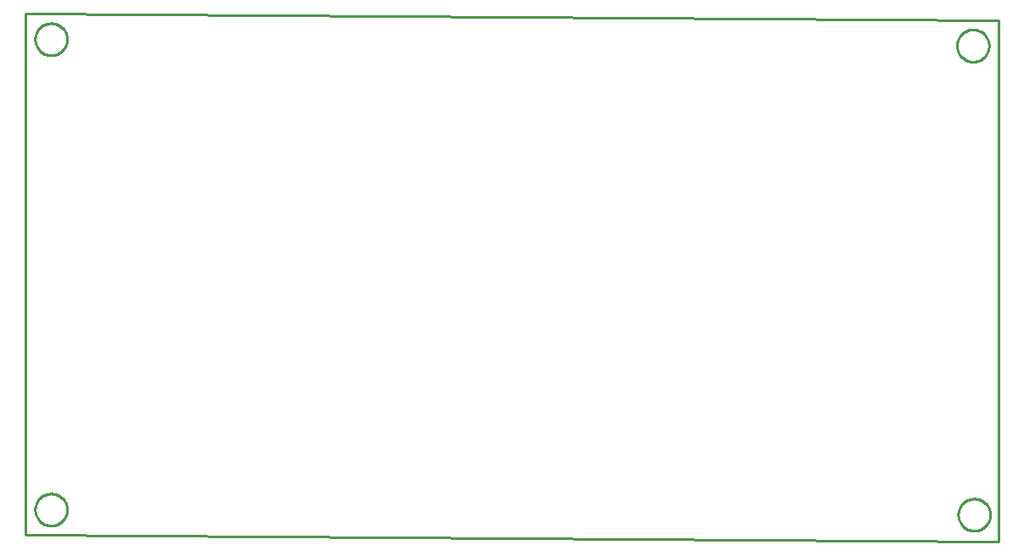
<source format=gbr>
G04 EAGLE Gerber RS-274X export*
G75*
%MOMM*%
%FSLAX34Y34*%
%LPD*%
%IN*%
%IPPOS*%
%AMOC8*
5,1,8,0,0,1.08239X$1,22.5*%
G01*
%ADD10C,0.254000*%


D10*
X0Y304800D02*
X972060Y298450D01*
X972060Y819050D01*
X0Y825400D01*
X0Y304800D01*
X41400Y799576D02*
X41332Y798531D01*
X41195Y797492D01*
X40990Y796465D01*
X40719Y795453D01*
X40383Y794461D01*
X39982Y793493D01*
X39518Y792554D01*
X38995Y791646D01*
X38413Y790775D01*
X37775Y789944D01*
X37084Y789157D01*
X36343Y788416D01*
X35556Y787725D01*
X34725Y787088D01*
X33854Y786506D01*
X32946Y785982D01*
X32007Y785518D01*
X31039Y785117D01*
X30047Y784781D01*
X29035Y784510D01*
X28008Y784305D01*
X26969Y784169D01*
X25924Y784100D01*
X24876Y784100D01*
X23831Y784169D01*
X22792Y784305D01*
X21765Y784510D01*
X20753Y784781D01*
X19761Y785117D01*
X18793Y785518D01*
X17854Y785982D01*
X16946Y786506D01*
X16075Y787088D01*
X15244Y787725D01*
X14457Y788416D01*
X13716Y789157D01*
X13025Y789944D01*
X12388Y790775D01*
X11806Y791646D01*
X11282Y792554D01*
X10818Y793493D01*
X10417Y794461D01*
X10081Y795453D01*
X9810Y796465D01*
X9605Y797492D01*
X9469Y798531D01*
X9400Y799576D01*
X9400Y800624D01*
X9469Y801669D01*
X9605Y802708D01*
X9810Y803735D01*
X10081Y804747D01*
X10417Y805739D01*
X10818Y806707D01*
X11282Y807646D01*
X11806Y808554D01*
X12388Y809425D01*
X13025Y810256D01*
X13716Y811043D01*
X14457Y811784D01*
X15244Y812475D01*
X16075Y813113D01*
X16946Y813695D01*
X17854Y814218D01*
X18793Y814682D01*
X19761Y815083D01*
X20753Y815419D01*
X21765Y815690D01*
X22792Y815895D01*
X23831Y816032D01*
X24876Y816100D01*
X25924Y816100D01*
X26969Y816032D01*
X28008Y815895D01*
X29035Y815690D01*
X30047Y815419D01*
X31039Y815083D01*
X32007Y814682D01*
X32946Y814218D01*
X33854Y813695D01*
X34725Y813113D01*
X35556Y812475D01*
X36343Y811784D01*
X37084Y811043D01*
X37775Y810256D01*
X38413Y809425D01*
X38995Y808554D01*
X39518Y807646D01*
X39982Y806707D01*
X40383Y805739D01*
X40719Y804747D01*
X40990Y803735D01*
X41195Y802708D01*
X41332Y801669D01*
X41400Y800624D01*
X41400Y799576D01*
X962150Y793226D02*
X962082Y792181D01*
X961945Y791142D01*
X961740Y790115D01*
X961469Y789103D01*
X961133Y788111D01*
X960732Y787143D01*
X960268Y786204D01*
X959745Y785296D01*
X959163Y784425D01*
X958525Y783594D01*
X957834Y782807D01*
X957093Y782066D01*
X956306Y781375D01*
X955475Y780738D01*
X954604Y780156D01*
X953696Y779632D01*
X952757Y779168D01*
X951789Y778767D01*
X950797Y778431D01*
X949785Y778160D01*
X948758Y777955D01*
X947719Y777819D01*
X946674Y777750D01*
X945626Y777750D01*
X944581Y777819D01*
X943542Y777955D01*
X942515Y778160D01*
X941503Y778431D01*
X940511Y778767D01*
X939543Y779168D01*
X938604Y779632D01*
X937696Y780156D01*
X936825Y780738D01*
X935994Y781375D01*
X935207Y782066D01*
X934466Y782807D01*
X933775Y783594D01*
X933138Y784425D01*
X932556Y785296D01*
X932032Y786204D01*
X931568Y787143D01*
X931167Y788111D01*
X930831Y789103D01*
X930560Y790115D01*
X930355Y791142D01*
X930219Y792181D01*
X930150Y793226D01*
X930150Y794274D01*
X930219Y795319D01*
X930355Y796358D01*
X930560Y797385D01*
X930831Y798397D01*
X931167Y799389D01*
X931568Y800357D01*
X932032Y801296D01*
X932556Y802204D01*
X933138Y803075D01*
X933775Y803906D01*
X934466Y804693D01*
X935207Y805434D01*
X935994Y806125D01*
X936825Y806763D01*
X937696Y807345D01*
X938604Y807868D01*
X939543Y808332D01*
X940511Y808733D01*
X941503Y809069D01*
X942515Y809340D01*
X943542Y809545D01*
X944581Y809682D01*
X945626Y809750D01*
X946674Y809750D01*
X947719Y809682D01*
X948758Y809545D01*
X949785Y809340D01*
X950797Y809069D01*
X951789Y808733D01*
X952757Y808332D01*
X953696Y807868D01*
X954604Y807345D01*
X955475Y806763D01*
X956306Y806125D01*
X957093Y805434D01*
X957834Y804693D01*
X958525Y803906D01*
X959163Y803075D01*
X959745Y802204D01*
X960268Y801296D01*
X960732Y800357D01*
X961133Y799389D01*
X961469Y798397D01*
X961740Y797385D01*
X961945Y796358D01*
X962082Y795319D01*
X962150Y794274D01*
X962150Y793226D01*
X41400Y329676D02*
X41332Y328631D01*
X41195Y327592D01*
X40990Y326565D01*
X40719Y325553D01*
X40383Y324561D01*
X39982Y323593D01*
X39518Y322654D01*
X38995Y321746D01*
X38413Y320875D01*
X37775Y320044D01*
X37084Y319257D01*
X36343Y318516D01*
X35556Y317825D01*
X34725Y317188D01*
X33854Y316606D01*
X32946Y316082D01*
X32007Y315618D01*
X31039Y315217D01*
X30047Y314881D01*
X29035Y314610D01*
X28008Y314405D01*
X26969Y314269D01*
X25924Y314200D01*
X24876Y314200D01*
X23831Y314269D01*
X22792Y314405D01*
X21765Y314610D01*
X20753Y314881D01*
X19761Y315217D01*
X18793Y315618D01*
X17854Y316082D01*
X16946Y316606D01*
X16075Y317188D01*
X15244Y317825D01*
X14457Y318516D01*
X13716Y319257D01*
X13025Y320044D01*
X12388Y320875D01*
X11806Y321746D01*
X11282Y322654D01*
X10818Y323593D01*
X10417Y324561D01*
X10081Y325553D01*
X9810Y326565D01*
X9605Y327592D01*
X9469Y328631D01*
X9400Y329676D01*
X9400Y330724D01*
X9469Y331769D01*
X9605Y332808D01*
X9810Y333835D01*
X10081Y334847D01*
X10417Y335839D01*
X10818Y336807D01*
X11282Y337746D01*
X11806Y338654D01*
X12388Y339525D01*
X13025Y340356D01*
X13716Y341143D01*
X14457Y341884D01*
X15244Y342575D01*
X16075Y343213D01*
X16946Y343795D01*
X17854Y344318D01*
X18793Y344782D01*
X19761Y345183D01*
X20753Y345519D01*
X21765Y345790D01*
X22792Y345995D01*
X23831Y346132D01*
X24876Y346200D01*
X25924Y346200D01*
X26969Y346132D01*
X28008Y345995D01*
X29035Y345790D01*
X30047Y345519D01*
X31039Y345183D01*
X32007Y344782D01*
X32946Y344318D01*
X33854Y343795D01*
X34725Y343213D01*
X35556Y342575D01*
X36343Y341884D01*
X37084Y341143D01*
X37775Y340356D01*
X38413Y339525D01*
X38995Y338654D01*
X39518Y337746D01*
X39982Y336807D01*
X40383Y335839D01*
X40719Y334847D01*
X40990Y333835D01*
X41195Y332808D01*
X41332Y331769D01*
X41400Y330724D01*
X41400Y329676D01*
X963420Y324596D02*
X963352Y323551D01*
X963215Y322512D01*
X963010Y321485D01*
X962739Y320473D01*
X962403Y319481D01*
X962002Y318513D01*
X961538Y317574D01*
X961015Y316666D01*
X960433Y315795D01*
X959795Y314964D01*
X959104Y314177D01*
X958363Y313436D01*
X957576Y312745D01*
X956745Y312108D01*
X955874Y311526D01*
X954966Y311002D01*
X954027Y310538D01*
X953059Y310137D01*
X952067Y309801D01*
X951055Y309530D01*
X950028Y309325D01*
X948989Y309189D01*
X947944Y309120D01*
X946896Y309120D01*
X945851Y309189D01*
X944812Y309325D01*
X943785Y309530D01*
X942773Y309801D01*
X941781Y310137D01*
X940813Y310538D01*
X939874Y311002D01*
X938966Y311526D01*
X938095Y312108D01*
X937264Y312745D01*
X936477Y313436D01*
X935736Y314177D01*
X935045Y314964D01*
X934408Y315795D01*
X933826Y316666D01*
X933302Y317574D01*
X932838Y318513D01*
X932437Y319481D01*
X932101Y320473D01*
X931830Y321485D01*
X931625Y322512D01*
X931489Y323551D01*
X931420Y324596D01*
X931420Y325644D01*
X931489Y326689D01*
X931625Y327728D01*
X931830Y328755D01*
X932101Y329767D01*
X932437Y330759D01*
X932838Y331727D01*
X933302Y332666D01*
X933826Y333574D01*
X934408Y334445D01*
X935045Y335276D01*
X935736Y336063D01*
X936477Y336804D01*
X937264Y337495D01*
X938095Y338133D01*
X938966Y338715D01*
X939874Y339238D01*
X940813Y339702D01*
X941781Y340103D01*
X942773Y340439D01*
X943785Y340710D01*
X944812Y340915D01*
X945851Y341052D01*
X946896Y341120D01*
X947944Y341120D01*
X948989Y341052D01*
X950028Y340915D01*
X951055Y340710D01*
X952067Y340439D01*
X953059Y340103D01*
X954027Y339702D01*
X954966Y339238D01*
X955874Y338715D01*
X956745Y338133D01*
X957576Y337495D01*
X958363Y336804D01*
X959104Y336063D01*
X959795Y335276D01*
X960433Y334445D01*
X961015Y333574D01*
X961538Y332666D01*
X962002Y331727D01*
X962403Y330759D01*
X962739Y329767D01*
X963010Y328755D01*
X963215Y327728D01*
X963352Y326689D01*
X963420Y325644D01*
X963420Y324596D01*
M02*

</source>
